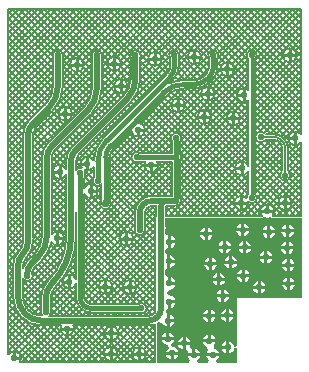
<source format=gbl>
G04 Layer_Physical_Order=2*
G04 Layer_Color=16711680*
%FSLAX24Y24*%
%MOIN*%
G70*
G01*
G75*
%ADD10C,0.0050*%
%ADD12C,0.0100*%
%ADD13C,0.0200*%
%ADD14C,0.0150*%
%ADD38C,0.0220*%
%ADD39C,0.0200*%
G36*
X3440Y5522D02*
X3440Y5455D01*
X3287Y5462D01*
X3287Y5463D01*
X3288Y5466D01*
X3288Y5469D01*
X3289Y5481D01*
X3290Y5531D01*
X3440Y5522D01*
D02*
G37*
G36*
X3180Y6312D02*
X3180Y6245D01*
X3027Y6252D01*
X3027Y6253D01*
X3028Y6256D01*
X3028Y6259D01*
X3029Y6271D01*
X3030Y6321D01*
X3180Y6312D01*
D02*
G37*
G36*
X8668Y4952D02*
X8750Y4936D01*
X8832Y4952D01*
X8884Y4953D01*
X8906Y4939D01*
X8931Y4934D01*
X9885D01*
X9908Y4915D01*
Y2250D01*
X7750D01*
Y651D01*
X7650Y641D01*
X7638Y702D01*
X7591Y771D01*
X7522Y818D01*
X7490Y824D01*
Y620D01*
Y416D01*
X7522Y422D01*
X7591Y469D01*
X7638Y538D01*
X7650Y599D01*
X7750Y589D01*
Y92D01*
X7072D01*
X7041Y192D01*
X7081Y219D01*
X7128Y288D01*
X7134Y320D01*
X6726D01*
X6732Y288D01*
X6779Y219D01*
X6819Y192D01*
X6788Y92D01*
X6442D01*
X6411Y192D01*
X6451Y219D01*
X6498Y288D01*
X6504Y320D01*
X6096D01*
X6102Y288D01*
X6149Y219D01*
X6189Y192D01*
X6158Y92D01*
X5085D01*
X5066Y115D01*
Y1378D01*
X5061Y1403D01*
X5067Y1423D01*
X5159Y1475D01*
X5250Y1441D01*
X5252Y1428D01*
X5299Y1359D01*
X5368Y1312D01*
X5400Y1306D01*
Y1510D01*
Y1757D01*
X5364Y1790D01*
X5376Y1872D01*
X5430Y1908D01*
Y2140D01*
X5480D01*
Y2190D01*
X5684D01*
X5678Y2222D01*
X5631Y2291D01*
X5562Y2338D01*
X5480Y2354D01*
X5398Y2423D01*
Y2467D01*
X5480Y2536D01*
X5562Y2552D01*
X5631Y2599D01*
X5678Y2668D01*
X5684Y2700D01*
X5480D01*
Y2750D01*
X5430D01*
Y2975D01*
X5353Y3029D01*
Y3195D01*
X5420Y3245D01*
Y3480D01*
Y3715D01*
X5354Y3764D01*
X5356Y3860D01*
X5440Y3915D01*
Y4130D01*
Y4345D01*
X5353Y4402D01*
Y4559D01*
X5363Y4610D01*
X5353Y4661D01*
Y4915D01*
X5375Y4934D01*
X8569D01*
X8594Y4939D01*
X8616Y4953D01*
X8668Y4952D01*
D02*
G37*
G36*
X4481Y1836D02*
X4480Y1837D01*
X4478Y1837D01*
X4475Y1837D01*
X4447Y1838D01*
X4414Y1838D01*
Y1988D01*
X4481Y1990D01*
Y1836D01*
D02*
G37*
G36*
X2597Y6350D02*
X2596Y6348D01*
X2596Y6345D01*
X2595Y6317D01*
X2595Y6284D01*
X2445D01*
X2443Y6351D01*
X2597D01*
X2597Y6350D01*
D02*
G37*
G36*
X5735Y10214D02*
X5585Y10195D01*
X5585Y10208D01*
X5581Y10263D01*
X5580Y10265D01*
X5734Y10279D01*
X5735Y10214D01*
D02*
G37*
G36*
X7027Y10270D02*
X7026Y10268D01*
X7026Y10265D01*
X7025Y10237D01*
X7025Y10204D01*
X6875D01*
X6873Y10271D01*
X7027D01*
X7027Y10270D01*
D02*
G37*
G36*
X9375Y6510D02*
X9375Y6502D01*
X9377Y6493D01*
X9379Y6484D01*
X9383Y6474D01*
X9387Y6465D01*
X9393Y6455D01*
X9399Y6444D01*
X9415Y6423D01*
X9424Y6411D01*
X9270Y6425D01*
X9281Y6434D01*
X9290Y6443D01*
X9298Y6452D01*
X9305Y6461D01*
X9311Y6470D01*
X9316Y6479D01*
X9320Y6488D01*
X9323Y6497D01*
X9324Y6506D01*
X9325Y6515D01*
X9375Y6510D01*
D02*
G37*
G36*
X8619Y7697D02*
X8638Y7680D01*
X8648Y7674D01*
X8658Y7668D01*
X8667Y7663D01*
X8676Y7660D01*
X8685Y7657D01*
X8694Y7656D01*
X8703Y7655D01*
Y7605D01*
X8694Y7604D01*
X8685Y7603D01*
X8676Y7600D01*
X8667Y7597D01*
X8658Y7592D01*
X8648Y7586D01*
X8638Y7580D01*
X8629Y7572D01*
X8619Y7563D01*
X8609Y7553D01*
Y7707D01*
X8619Y7697D01*
D02*
G37*
%LPC*%
G36*
X8440Y2570D02*
X8286D01*
X8292Y2538D01*
X8339Y2469D01*
X8408Y2422D01*
X8440Y2416D01*
Y2570D01*
D02*
G37*
G36*
X8694D02*
X8540D01*
Y2416D01*
X8572Y2422D01*
X8641Y2469D01*
X8688Y2538D01*
X8694Y2570D01*
D02*
G37*
G36*
X9664Y2680D02*
X9510D01*
Y2526D01*
X9542Y2532D01*
X9611Y2579D01*
X9658Y2648D01*
X9664Y2680D01*
D02*
G37*
G36*
X9410D02*
X9256D01*
X9262Y2648D01*
X9309Y2579D01*
X9378Y2532D01*
X9410Y2526D01*
Y2680D01*
D02*
G37*
G36*
X7320Y2544D02*
Y2390D01*
X7474D01*
X7468Y2422D01*
X7421Y2491D01*
X7352Y2538D01*
X7320Y2544D01*
D02*
G37*
G36*
X5684Y2090D02*
X5530D01*
Y1936D01*
X5562Y1942D01*
X5631Y1989D01*
X5678Y2058D01*
X5684Y2090D01*
D02*
G37*
G36*
X7470Y1884D02*
Y1730D01*
X7624D01*
X7618Y1762D01*
X7571Y1831D01*
X7502Y1878D01*
X7470Y1884D01*
D02*
G37*
G36*
X7220Y2290D02*
X7066D01*
X7072Y2258D01*
X7119Y2189D01*
X7188Y2142D01*
X7220Y2136D01*
Y2290D01*
D02*
G37*
G36*
Y2544D02*
X7188Y2538D01*
X7119Y2491D01*
X7072Y2422D01*
X7066Y2390D01*
X7220D01*
Y2544D01*
D02*
G37*
G36*
X7474Y2290D02*
X7320D01*
Y2136D01*
X7352Y2142D01*
X7421Y2189D01*
X7468Y2258D01*
X7474Y2290D01*
D02*
G37*
G36*
X5530Y2954D02*
Y2800D01*
X5684D01*
X5678Y2832D01*
X5631Y2901D01*
X5562Y2948D01*
X5530Y2954D01*
D02*
G37*
G36*
X8154Y2950D02*
X8000D01*
Y2796D01*
X8032Y2802D01*
X8101Y2849D01*
X8148Y2918D01*
X8154Y2950D01*
D02*
G37*
G36*
X7900D02*
X7746D01*
X7752Y2918D01*
X7799Y2849D01*
X7868Y2802D01*
X7900Y2796D01*
Y2950D01*
D02*
G37*
G36*
Y3204D02*
X7868Y3198D01*
X7799Y3151D01*
X7752Y3082D01*
X7746Y3050D01*
X7900D01*
Y3204D01*
D02*
G37*
G36*
X7190Y3094D02*
Y2940D01*
X7344D01*
X7338Y2972D01*
X7291Y3041D01*
X7222Y3088D01*
X7190Y3094D01*
D02*
G37*
G36*
X7090D02*
X7058Y3088D01*
X6989Y3041D01*
X6942Y2972D01*
X6936Y2940D01*
X7090D01*
Y3094D01*
D02*
G37*
G36*
Y2840D02*
X6936D01*
X6942Y2808D01*
X6989Y2739D01*
X7058Y2692D01*
X7090Y2686D01*
Y2840D01*
D02*
G37*
G36*
X8540Y2824D02*
Y2670D01*
X8694D01*
X8688Y2702D01*
X8641Y2771D01*
X8572Y2818D01*
X8540Y2824D01*
D02*
G37*
G36*
X8440D02*
X8408Y2818D01*
X8339Y2771D01*
X8292Y2702D01*
X8286Y2670D01*
X8440D01*
Y2824D01*
D02*
G37*
G36*
X9510Y2934D02*
Y2780D01*
X9664D01*
X9658Y2812D01*
X9611Y2881D01*
X9542Y2928D01*
X9510Y2934D01*
D02*
G37*
G36*
X9410D02*
X9378Y2928D01*
X9309Y2881D01*
X9262Y2812D01*
X9256Y2780D01*
X9410D01*
Y2934D01*
D02*
G37*
G36*
X7344Y2840D02*
X7190D01*
Y2686D01*
X7222Y2692D01*
X7291Y2739D01*
X7338Y2808D01*
X7344Y2840D01*
D02*
G37*
G36*
X7370Y1884D02*
X7338Y1878D01*
X7269Y1831D01*
X7222Y1762D01*
X7216Y1730D01*
X7370D01*
Y1884D01*
D02*
G37*
G36*
X5938Y704D02*
X5784D01*
X5790Y672D01*
X5837Y603D01*
X5906Y556D01*
X5938Y550D01*
Y704D01*
D02*
G37*
G36*
X5644Y860D02*
X5236D01*
X5242Y828D01*
X5289Y759D01*
X5358Y712D01*
X5429Y698D01*
X5440Y696D01*
X5447Y694D01*
X5475Y593D01*
X5437Y567D01*
X5391Y498D01*
X5384Y466D01*
X5793D01*
X5786Y498D01*
X5740Y567D01*
X5670Y614D01*
X5599Y628D01*
X5588Y630D01*
X5581Y632D01*
X5554Y733D01*
X5591Y759D01*
X5638Y828D01*
X5644Y860D01*
D02*
G37*
G36*
X7390Y824D02*
X7358Y818D01*
X7289Y771D01*
X7242Y702D01*
X7236Y670D01*
X7390D01*
Y824D01*
D02*
G37*
G36*
X6038Y958D02*
Y804D01*
X6192D01*
X6186Y836D01*
X6140Y906D01*
X6070Y952D01*
X6038Y958D01*
D02*
G37*
G36*
X5938D02*
X5906Y952D01*
X5837Y906D01*
X5790Y836D01*
X5784Y804D01*
X5938D01*
Y958D01*
D02*
G37*
G36*
X7024Y780D02*
X6616D01*
X6622Y748D01*
X6669Y679D01*
X6738Y632D01*
X6758Y628D01*
X6779Y522D01*
X6779Y521D01*
X6732Y452D01*
X6726Y420D01*
X7134D01*
X7128Y452D01*
X7081Y521D01*
X7012Y568D01*
X6992Y572D01*
X6971Y678D01*
X6971Y679D01*
X7018Y748D01*
X7024Y780D01*
D02*
G37*
G36*
X5793Y366D02*
X5638D01*
Y212D01*
X5670Y218D01*
X5740Y264D01*
X5786Y334D01*
X5793Y366D01*
D02*
G37*
G36*
X5538D02*
X5384D01*
X5391Y334D01*
X5437Y264D01*
X5507Y218D01*
X5538Y212D01*
Y366D01*
D02*
G37*
G36*
X7390Y570D02*
X7236D01*
X7242Y538D01*
X7289Y469D01*
X7358Y422D01*
X7390Y416D01*
Y570D01*
D02*
G37*
G36*
X6350Y574D02*
Y420D01*
X6504D01*
X6498Y452D01*
X6451Y521D01*
X6382Y568D01*
X6350Y574D01*
D02*
G37*
G36*
X6192Y704D02*
X6038D01*
Y550D01*
X6049Y552D01*
X6100Y499D01*
X6115Y471D01*
X6102Y452D01*
X6096Y420D01*
X6250D01*
Y574D01*
X6239Y572D01*
X6188Y625D01*
X6173Y653D01*
X6186Y672D01*
X6192Y704D01*
D02*
G37*
G36*
X6770Y1034D02*
X6738Y1028D01*
X6669Y981D01*
X6622Y912D01*
X6616Y880D01*
X6770D01*
Y1034D01*
D02*
G37*
G36*
X7624Y1630D02*
X7470D01*
Y1476D01*
X7502Y1482D01*
X7571Y1529D01*
X7618Y1598D01*
X7624Y1630D01*
D02*
G37*
G36*
X7370D02*
X7216D01*
X7222Y1598D01*
X7269Y1529D01*
X7338Y1482D01*
X7370Y1476D01*
Y1630D01*
D02*
G37*
G36*
X5500Y1714D02*
Y1560D01*
X5654D01*
X5648Y1592D01*
X5601Y1661D01*
X5532Y1708D01*
X5500Y1714D01*
D02*
G37*
G36*
X6870Y1874D02*
Y1720D01*
X7024D01*
X7018Y1752D01*
X6971Y1821D01*
X6902Y1868D01*
X6870Y1874D01*
D02*
G37*
G36*
X6770D02*
X6738Y1868D01*
X6669Y1821D01*
X6622Y1752D01*
X6616Y1720D01*
X6770D01*
Y1874D01*
D02*
G37*
G36*
X7024Y1620D02*
X6870D01*
Y1466D01*
X6902Y1472D01*
X6971Y1519D01*
X7018Y1588D01*
X7024Y1620D01*
D02*
G37*
G36*
X5390Y1114D02*
X5358Y1108D01*
X5289Y1061D01*
X5242Y992D01*
X5236Y960D01*
X5390D01*
Y1114D01*
D02*
G37*
G36*
X6870Y1034D02*
Y880D01*
X7024D01*
X7018Y912D01*
X6971Y981D01*
X6902Y1028D01*
X6870Y1034D01*
D02*
G37*
G36*
X5490Y1114D02*
Y960D01*
X5644D01*
X5638Y992D01*
X5591Y1061D01*
X5522Y1108D01*
X5490Y1114D01*
D02*
G37*
G36*
X6770Y1620D02*
X6616D01*
X6622Y1588D01*
X6669Y1519D01*
X6738Y1472D01*
X6770Y1466D01*
Y1620D01*
D02*
G37*
G36*
X5654Y1460D02*
X5500D01*
Y1306D01*
X5532Y1312D01*
X5601Y1359D01*
X5648Y1428D01*
X5654Y1460D01*
D02*
G37*
G36*
X8000Y3204D02*
Y3050D01*
X8154D01*
X8148Y3082D01*
X8101Y3151D01*
X8032Y3198D01*
X8000Y3204D01*
D02*
G37*
G36*
X6670Y4350D02*
X6516D01*
X6522Y4318D01*
X6569Y4249D01*
X6638Y4202D01*
X6670Y4196D01*
Y4350D01*
D02*
G37*
G36*
X5540Y4334D02*
Y4180D01*
X5694D01*
X5688Y4212D01*
X5641Y4281D01*
X5572Y4328D01*
X5540Y4334D01*
D02*
G37*
G36*
X7380Y4164D02*
Y4010D01*
X7534D01*
X7528Y4042D01*
X7481Y4111D01*
X7412Y4158D01*
X7380Y4164D01*
D02*
G37*
G36*
X9004Y4420D02*
X8850D01*
Y4266D01*
X8882Y4272D01*
X8951Y4319D01*
X8998Y4388D01*
X9004Y4420D01*
D02*
G37*
G36*
X8750D02*
X8596D01*
X8602Y4388D01*
X8649Y4319D01*
X8718Y4272D01*
X8750Y4266D01*
Y4420D01*
D02*
G37*
G36*
X6924Y4350D02*
X6770D01*
Y4196D01*
X6802Y4202D01*
X6871Y4249D01*
X6918Y4318D01*
X6924Y4350D01*
D02*
G37*
G36*
X9470Y4144D02*
Y3990D01*
X9624D01*
X9618Y4022D01*
X9571Y4091D01*
X9502Y4138D01*
X9470Y4144D01*
D02*
G37*
G36*
X9370D02*
X9338Y4138D01*
X9269Y4091D01*
X9222Y4022D01*
X9216Y3990D01*
X9370D01*
Y4144D01*
D02*
G37*
G36*
X5694Y4080D02*
X5540D01*
Y3926D01*
X5572Y3932D01*
X5641Y3979D01*
X5688Y4048D01*
X5694Y4080D01*
D02*
G37*
G36*
X7280Y4164D02*
X7248Y4158D01*
X7179Y4111D01*
X7132Y4042D01*
X7126Y4010D01*
X7280D01*
Y4164D01*
D02*
G37*
G36*
X8050Y4154D02*
Y4000D01*
X8204D01*
X8198Y4032D01*
X8151Y4101D01*
X8082Y4148D01*
X8050Y4154D01*
D02*
G37*
G36*
X7950D02*
X7918Y4148D01*
X7849Y4101D01*
X7802Y4032D01*
X7796Y4000D01*
X7950D01*
Y4154D01*
D02*
G37*
G36*
X9380Y4704D02*
X9348Y4698D01*
X9279Y4651D01*
X9232Y4582D01*
X9226Y4550D01*
X9380D01*
Y4704D01*
D02*
G37*
G36*
X8850Y4674D02*
Y4520D01*
X9004D01*
X8998Y4552D01*
X8951Y4621D01*
X8882Y4668D01*
X8850Y4674D01*
D02*
G37*
G36*
X8750D02*
X8718Y4668D01*
X8649Y4621D01*
X8602Y4552D01*
X8596Y4520D01*
X8750D01*
Y4674D01*
D02*
G37*
G36*
X7980Y4744D02*
Y4590D01*
X8134D01*
X8128Y4622D01*
X8081Y4691D01*
X8012Y4738D01*
X7980Y4744D01*
D02*
G37*
G36*
X7880D02*
X7848Y4738D01*
X7779Y4691D01*
X7732Y4622D01*
X7726Y4590D01*
X7880D01*
Y4744D01*
D02*
G37*
G36*
X9480Y4704D02*
Y4550D01*
X9634D01*
X9628Y4582D01*
X9581Y4651D01*
X9512Y4698D01*
X9480Y4704D01*
D02*
G37*
G36*
X7880Y4490D02*
X7726D01*
X7732Y4458D01*
X7779Y4389D01*
X7848Y4342D01*
X7880Y4336D01*
Y4490D01*
D02*
G37*
G36*
X9634Y4450D02*
X9480D01*
Y4296D01*
X9512Y4302D01*
X9581Y4349D01*
X9628Y4418D01*
X9634Y4450D01*
D02*
G37*
G36*
X9380D02*
X9226D01*
X9232Y4418D01*
X9279Y4349D01*
X9348Y4302D01*
X9380Y4296D01*
Y4450D01*
D02*
G37*
G36*
X6770Y4604D02*
Y4450D01*
X6924D01*
X6918Y4482D01*
X6871Y4551D01*
X6802Y4598D01*
X6770Y4604D01*
D02*
G37*
G36*
X6670D02*
X6638Y4598D01*
X6569Y4551D01*
X6522Y4482D01*
X6516Y4450D01*
X6670D01*
Y4604D01*
D02*
G37*
G36*
X8134Y4490D02*
X7980D01*
Y4336D01*
X8012Y4342D01*
X8081Y4389D01*
X8128Y4458D01*
X8134Y4490D01*
D02*
G37*
G36*
X9500Y3564D02*
Y3410D01*
X9654D01*
X9648Y3442D01*
X9601Y3511D01*
X9532Y3558D01*
X9500Y3564D01*
D02*
G37*
G36*
X9400D02*
X9368Y3558D01*
X9299Y3511D01*
X9252Y3442D01*
X9246Y3410D01*
X9400D01*
Y3564D01*
D02*
G37*
G36*
X5674Y3430D02*
X5520D01*
Y3276D01*
X5552Y3282D01*
X5621Y3329D01*
X5668Y3398D01*
X5674Y3430D01*
D02*
G37*
G36*
X6810Y3604D02*
X6778Y3598D01*
X6709Y3551D01*
X6662Y3482D01*
X6656Y3450D01*
X6810D01*
Y3604D01*
D02*
G37*
G36*
X8914Y3570D02*
X8760D01*
Y3416D01*
X8792Y3422D01*
X8861Y3469D01*
X8908Y3538D01*
X8914Y3570D01*
D02*
G37*
G36*
X8660D02*
X8506D01*
X8512Y3538D01*
X8559Y3469D01*
X8628Y3422D01*
X8660Y3416D01*
Y3570D01*
D02*
G37*
G36*
X6810Y3350D02*
X6656D01*
X6662Y3318D01*
X6709Y3249D01*
X6778Y3202D01*
X6810Y3196D01*
Y3350D01*
D02*
G37*
G36*
X9654Y3310D02*
X9500D01*
Y3156D01*
X9532Y3162D01*
X9601Y3209D01*
X9648Y3278D01*
X9654Y3310D01*
D02*
G37*
G36*
X9400D02*
X9246D01*
X9252Y3278D01*
X9299Y3209D01*
X9368Y3162D01*
X9400Y3156D01*
Y3310D01*
D02*
G37*
G36*
X7734Y3400D02*
X7580D01*
Y3246D01*
X7612Y3252D01*
X7681Y3299D01*
X7728Y3368D01*
X7734Y3400D01*
D02*
G37*
G36*
X7480D02*
X7326D01*
X7332Y3368D01*
X7379Y3299D01*
X7448Y3252D01*
X7480Y3246D01*
Y3400D01*
D02*
G37*
G36*
X7064Y3350D02*
X6910D01*
Y3196D01*
X6942Y3202D01*
X7011Y3249D01*
X7058Y3318D01*
X7064Y3350D01*
D02*
G37*
G36*
X7950Y3900D02*
X7796D01*
X7802Y3868D01*
X7849Y3799D01*
X7918Y3752D01*
X7950Y3746D01*
Y3900D01*
D02*
G37*
G36*
X9624Y3890D02*
X9470D01*
Y3736D01*
X9502Y3742D01*
X9571Y3789D01*
X9618Y3858D01*
X9624Y3890D01*
D02*
G37*
G36*
X9370D02*
X9216D01*
X9222Y3858D01*
X9269Y3789D01*
X9338Y3742D01*
X9370Y3736D01*
Y3890D01*
D02*
G37*
G36*
X7534Y3910D02*
X7380D01*
Y3756D01*
X7412Y3762D01*
X7481Y3809D01*
X7528Y3878D01*
X7534Y3910D01*
D02*
G37*
G36*
X7280D02*
X7126D01*
X7132Y3878D01*
X7179Y3809D01*
X7248Y3762D01*
X7280Y3756D01*
Y3910D01*
D02*
G37*
G36*
X8204Y3900D02*
X8050D01*
Y3746D01*
X8082Y3752D01*
X8151Y3799D01*
X8198Y3868D01*
X8204Y3900D01*
D02*
G37*
G36*
X7580Y3654D02*
Y3500D01*
X7734D01*
X7728Y3532D01*
X7681Y3601D01*
X7612Y3648D01*
X7580Y3654D01*
D02*
G37*
G36*
X7480D02*
X7448Y3648D01*
X7379Y3601D01*
X7332Y3532D01*
X7326Y3500D01*
X7480D01*
Y3654D01*
D02*
G37*
G36*
X6910Y3604D02*
Y3450D01*
X7064D01*
X7058Y3482D01*
X7011Y3551D01*
X6942Y3598D01*
X6910Y3604D01*
D02*
G37*
G36*
X8760Y3824D02*
Y3670D01*
X8914D01*
X8908Y3702D01*
X8861Y3771D01*
X8792Y3818D01*
X8760Y3824D01*
D02*
G37*
G36*
X8660D02*
X8628Y3818D01*
X8559Y3771D01*
X8512Y3702D01*
X8506Y3670D01*
X8660D01*
Y3824D01*
D02*
G37*
G36*
X5520Y3684D02*
Y3530D01*
X5674D01*
X5668Y3562D01*
X5621Y3631D01*
X5552Y3678D01*
X5520Y3684D01*
D02*
G37*
%LPD*%
D10*
X8405Y10350D02*
G03*
X8115Y10218I-175J0D01*
G01*
X8345D02*
G03*
X8405Y10350I-115J132D01*
G01*
X9735D02*
G03*
X9735Y10350I-235J0D01*
G01*
X7092Y10247D02*
G03*
X7125Y10350I-142J103D01*
G01*
D02*
G03*
X6807Y10249I-175J0D01*
G01*
X7655Y9880D02*
G03*
X7655Y9880I-235J0D01*
G01*
X6929Y9551D02*
G03*
X7090Y9940I-389J389D01*
G01*
X9885Y7711D02*
G03*
X9885Y7449I-195J-131D01*
G01*
X9440Y7250D02*
G03*
X8970Y7720I-470J0D01*
G01*
X9260Y7250D02*
G03*
X8970Y7540I-290J0D01*
G01*
X8649Y7758D02*
G03*
X8649Y7502I-119J-128D01*
G01*
X8115Y9205D02*
G03*
X8115Y8835I-145J-185D01*
G01*
X6344Y9250D02*
G03*
X6829Y9451I0J686D01*
G01*
X7005Y9070D02*
G03*
X7005Y9070I-235J0D01*
G01*
X7855Y8250D02*
G03*
X7855Y8250I-235J0D01*
G01*
X6885Y8290D02*
G03*
X6885Y8290I-235J0D01*
G01*
X6555Y10290D02*
G03*
X6555Y10290I-235J0D01*
G01*
X5800Y10261D02*
G03*
X5825Y10350I-150J89D01*
G01*
D02*
G03*
X5517Y10237I-175J0D01*
G01*
X6731Y9749D02*
G03*
X6810Y9940I-191J191D01*
G01*
X5420Y9738D02*
G03*
X5520Y9980I-243J242D01*
G01*
X5618Y9540D02*
G03*
X5800Y9980I-441J440D01*
G01*
X4535Y10350D02*
G03*
X4195Y10292I-175J0D01*
G01*
X4525D02*
G03*
X4535Y10350I-165J58D01*
G01*
X5245Y10230D02*
G03*
X5245Y10230I-235J0D01*
G01*
X6344Y9530D02*
G03*
X6631Y9649I0J406D01*
G01*
X5994Y9530D02*
G03*
X5491Y9413I0J-1140D01*
G01*
X5994Y9250D02*
G03*
X5386Y8998I0J-860D01*
G01*
X6015Y8690D02*
G03*
X6015Y8690I-235J0D01*
G01*
X5895Y7590D02*
G03*
X5572Y7683I-175J0D01*
G01*
X5848Y7471D02*
G03*
X5895Y7590I-128J119D01*
G01*
X5572Y7683D02*
G03*
X5568Y7503I136J-93D01*
G01*
X4201Y8788D02*
G03*
X4525Y9570I-782J782D01*
G01*
X3968Y9021D02*
G03*
X4195Y9570I-549J549D01*
G01*
X4105Y9330D02*
G03*
X4105Y9330I-235J0D01*
G01*
X4685Y7870D02*
G03*
X4490Y8102I-235J0D01*
G01*
X4218Y7830D02*
G03*
X4685Y7870I232J40D01*
G01*
X8115Y6674D02*
G03*
X8115Y6484I-215J-95D01*
G01*
X5848Y6845D02*
G03*
X5883Y6950I-140J105D01*
G01*
D02*
G03*
X5848Y7055I-175J0D01*
G01*
X9515Y6340D02*
G03*
X9478Y6447I-175J0D01*
G01*
X9223Y6470D02*
G03*
X9515Y6340I117J-130D01*
G01*
X9575Y5420D02*
G03*
X9575Y5420I-235J0D01*
G01*
X8405Y5600D02*
G03*
X8345Y5732I-175J0D01*
G01*
X8985Y5150D02*
G03*
X8569Y5000I-235J0D01*
G01*
X8931D02*
G03*
X8985Y5150I-181J150D01*
G01*
X8115Y5732D02*
G03*
X8056Y5586I115J-132D01*
G01*
X8111Y5471D02*
G03*
X8405Y5600I119J129D01*
G01*
X8115Y5430D02*
G03*
X8111Y5471I-235J0D01*
G01*
X8056Y5586D02*
G03*
X8115Y5430I-176J-156D01*
G01*
X5883Y5505D02*
G03*
X5848Y5610I-175J0D01*
G01*
X5650Y5340D02*
G03*
X5883Y5505I58J165D01*
G01*
X5399Y5340D02*
G03*
X5375Y5300I21J-40D01*
G01*
X5125Y6690D02*
G03*
X5092Y6810I-235J0D01*
G01*
X4688D02*
G03*
X5125Y6690I202J-120D01*
G01*
X5047Y5340D02*
G03*
X5045Y5300I373J-40D01*
G01*
X4918Y5340D02*
G03*
X4668Y5090I0J-250D01*
G01*
X4678Y4523D02*
G03*
X4668Y4581I-175J0D01*
G01*
X4918Y5670D02*
G03*
X4338Y5090I0J-580D01*
G01*
X4505Y7090D02*
G03*
X4505Y6810I-105J-140D01*
G01*
X3535Y5380D02*
G03*
X3507Y5476I-175J0D01*
G01*
X4338Y4581D02*
G03*
X4678Y4523I165J-58D01*
G01*
X4295Y4240D02*
G03*
X4295Y4240I-235J0D01*
G01*
X4810Y1675D02*
G03*
X5000Y1772I0J235D01*
G01*
X4810Y1345D02*
G03*
X5000Y1378I0J565D01*
G01*
X4457Y1772D02*
G03*
X4735Y1913I103J142D01*
G01*
D02*
G03*
X4459Y2056I-175J0D01*
G01*
X4715Y390D02*
G03*
X4715Y390I-235J0D01*
G01*
X4405Y2630D02*
G03*
X4405Y2630I-235J0D01*
G01*
X3235Y10292D02*
G03*
X3245Y10350I-165J58D01*
G01*
X3885Y10070D02*
G03*
X3885Y10070I-235J0D01*
G01*
X3245Y10350D02*
G03*
X2905Y10292I-175J0D01*
G01*
X2660Y8644D02*
G03*
X2905Y9234I-590J590D01*
G01*
X2894Y8410D02*
G03*
X3235Y9234I-824J824D01*
G01*
X2635Y10030D02*
G03*
X2635Y10030I-235J0D01*
G01*
X3629Y7241D02*
G03*
X3505Y6942I300J-299D01*
G01*
X3299Y7617D02*
G03*
X2966Y6853I806J-806D01*
G01*
X2963Y6279D02*
G03*
X3225Y6048I137J-109D01*
G01*
X2966Y6853D02*
G03*
X2574Y6596I-206J-113D01*
G01*
X2468Y7055D02*
G03*
X2375Y6830I225J-225D01*
G01*
X2668Y6524D02*
G03*
X2965Y6625I92J216D01*
G01*
X3105Y5830D02*
G03*
X2660Y5935I-235J0D01*
G01*
Y5725D02*
G03*
X3105Y5830I210J105D01*
G01*
X2695Y6430D02*
G03*
X2668Y6524I-175J0D01*
G01*
X2662Y6327D02*
G03*
X2695Y6430I-142J103D01*
G01*
X2574Y6596D02*
G03*
X2375Y6528I-54J-166D01*
G01*
X1935Y10292D02*
G03*
X1945Y10350I-165J58D01*
G01*
D02*
G03*
X1605Y10292I-175J0D01*
G01*
X1360Y8721D02*
G03*
X1605Y9312I-590J590D01*
G01*
X1594Y8488D02*
G03*
X1935Y9312I-824J824D01*
G01*
X2255Y8400D02*
G03*
X2255Y8400I-235J0D01*
G01*
X793Y8154D02*
G03*
X625Y7748I406J-406D01*
G01*
X1027Y7921D02*
G03*
X955Y7748I173J-173D01*
G01*
X2235Y7288D02*
G03*
X2045Y6830I458J-458D01*
G01*
X1676Y7193D02*
G03*
X1575Y6948I246J-245D01*
G01*
X1443Y7427D02*
G03*
X1245Y6948I479J-479D01*
G01*
X1585Y6580D02*
G03*
X1575Y6638I-175J0D01*
G01*
X2045Y6565D02*
G03*
X2045Y6375I-215J-95D01*
G01*
X1575Y6522D02*
G03*
X1585Y6580I-165J58D01*
G01*
X1245Y6638D02*
G03*
X1245Y6522I165J-58D01*
G01*
X965Y6480D02*
G03*
X955Y6538I-175J0D01*
G01*
Y6422D02*
G03*
X965Y6480I-165J58D01*
G01*
X625Y6538D02*
G03*
X625Y6422I165J-58D01*
G01*
X3223Y5489D02*
G03*
X3535Y5380I137J-109D01*
G01*
X3595Y2640D02*
G03*
X3595Y2640I-235J0D01*
G01*
X2045Y5238D02*
G03*
X2045Y5122I165J-58D01*
G01*
X1687Y2623D02*
G03*
X2375Y4285I-1662J1662D01*
G01*
X1454Y2857D02*
G03*
X2045Y4284I-1429J1428D01*
G01*
X2380Y2893D02*
G03*
X2380Y2727I-220J-83D01*
G01*
X2660Y2280D02*
G03*
X2887Y2053I227J0D01*
G01*
X3795Y1080D02*
G03*
X3795Y1080I-235J0D01*
G01*
X3765Y400D02*
G03*
X3765Y400I-235J0D01*
G01*
X2380Y2280D02*
G03*
X2887Y1773I507J0D01*
G01*
X2315Y1240D02*
G03*
X2290Y1345I-235J0D01*
G01*
X1870D02*
G03*
X2315Y1240I210J-105D01*
G01*
X1985Y4250D02*
G03*
X1575Y4407I-235J0D01*
G01*
X965Y4260D02*
G03*
X955Y4318I-175J0D01*
G01*
Y4202D02*
G03*
X965Y4260I-165J58D01*
G01*
X1555Y4119D02*
G03*
X1985Y4250I195J131D01*
G01*
X1000Y3744D02*
G03*
X1245Y4334I-590J590D01*
G01*
X1234Y3510D02*
G03*
X1555Y4119I-824J824D01*
G01*
X625Y4318D02*
G03*
X625Y4202I165J-58D01*
G01*
X453Y3787D02*
G03*
X625Y4201I-414J414D01*
G01*
X687Y3553D02*
G03*
X955Y4201I-648J648D01*
G01*
X687Y3553D02*
G03*
X615Y3380I173J-173D01*
G01*
X753Y3497D02*
G03*
X615Y3267I394J-394D01*
G01*
X453Y3787D02*
G03*
X285Y3380I406J-406D01*
G01*
X1453Y2857D02*
G03*
X1205Y2257I600J-600D01*
G01*
X1687Y2623D02*
G03*
X1535Y2257I366J-366D01*
G01*
X925Y3097D02*
G03*
X922Y3130I-165J0D01*
G01*
X925Y3097D02*
G03*
X922Y3130I-165J0D01*
G01*
X987Y3263D02*
G03*
X922Y3130I161J-161D01*
G01*
X615Y2902D02*
G03*
X935Y3000I145J98D01*
G01*
D02*
G03*
X925Y3058I-175J0D01*
G01*
X1545Y1800D02*
G03*
X1535Y1858I-175J0D01*
G01*
X1492Y1675D02*
G03*
X1545Y1800I-122J125D01*
G01*
X615Y2280D02*
G03*
X1220Y1675I605J0D01*
G01*
X1205Y1858D02*
G03*
X1248Y1675I165J-58D01*
G01*
X285Y2280D02*
G03*
X1220Y1345I935J0D01*
G01*
X502Y115D02*
G03*
X545Y250I-192J135D01*
G01*
D02*
G03*
X115Y381I-235J0D01*
G01*
X9340Y6340D02*
G03*
X9350Y6350I0J10D01*
G01*
Y7250D02*
G03*
X8970Y7630I-380J0D01*
G01*
X9167Y11885D02*
X9885Y11167D01*
X9803Y11885D02*
X9885Y11803D01*
X8955Y11885D02*
X9885Y10955D01*
X8743Y11885D02*
X9885Y10743D01*
X8531Y11885D02*
X9885Y10531D01*
X9689Y10489D02*
X9885Y10685D01*
X9591Y11885D02*
X9885Y11591D01*
X9733Y10322D02*
X9885Y10473D01*
X9564Y10576D02*
X9885Y10898D01*
X8318Y11885D02*
X9885Y10318D01*
X9379Y11885D02*
X9885Y11379D01*
X8239Y10525D02*
X9600Y11885D01*
X8375Y10448D02*
X9812Y11885D01*
X8106D02*
X9420Y10571D01*
X7894Y11885D02*
X9302Y10477D01*
X8345Y9994D02*
X9885Y11534D01*
X8345Y10206D02*
X9885Y11746D01*
Y7711D02*
Y11885D01*
X8345Y9782D02*
X9885Y11322D01*
X8345Y9570D02*
X9885Y11110D01*
X9627Y10152D02*
X9885Y9894D01*
X9721Y10270D02*
X9885Y10106D01*
X9446Y10121D02*
X9885Y9682D01*
X8345Y10161D02*
X9885Y8621D01*
X8345Y8509D02*
X9885Y10049D01*
X8402Y10317D02*
X9885Y8834D01*
X8345Y9358D02*
X9274Y10286D01*
X8345Y8721D02*
X9885Y10261D01*
X8345Y8933D02*
X9528Y10117D01*
X8345Y9949D02*
X9885Y8409D01*
X8115Y9205D02*
Y10218D01*
X8345Y9145D02*
X9361Y10161D01*
X6834Y11885D02*
X8197Y10522D01*
X6621Y11885D02*
X8075Y10431D01*
X6553Y10323D02*
X8115Y11885D01*
X6480Y10462D02*
X7903Y11885D01*
X6409D02*
X8115Y10179D01*
X7682Y11885D02*
X9271Y10296D01*
X7098Y10444D02*
X8539Y11885D01*
X7405Y10115D02*
X9175Y11885D01*
X6966Y10524D02*
X8327Y11885D01*
X7091Y10225D02*
X8751Y11885D01*
X6330Y10525D02*
X7691Y11885D01*
X5808Y10426D02*
X7266Y11885D01*
X5800Y10207D02*
X7478Y11885D01*
X5561D02*
X6923Y10523D01*
X5239Y10282D02*
X6842Y11885D01*
X7091Y10203D02*
X7091Y10236D01*
X7123Y10323D02*
X7344Y10102D01*
X5690Y10520D02*
X7054Y11885D01*
X7470D02*
X9885Y9470D01*
X7566Y10064D02*
X9388Y11885D01*
X7258D02*
X9885Y9258D01*
X7090Y10012D02*
X8963Y11885D01*
X7046D02*
X9885Y9046D01*
X7005Y9078D02*
X8115Y10188D01*
X6197Y11885D02*
X8115Y9967D01*
X6664Y8525D02*
X8115Y9976D01*
X5985Y11885D02*
X8115Y9755D01*
X5773Y11885D02*
X8115Y9543D01*
X7649Y9934D02*
X8055Y10341D01*
X7090Y10144D02*
X7224Y10010D01*
X7090Y9940D02*
Y10197D01*
X7090Y9932D02*
X7190Y9831D01*
X8345Y8085D02*
X9885Y9625D01*
X8345Y9737D02*
X9885Y8197D01*
X8345Y9525D02*
X9885Y7985D01*
X8345Y8297D02*
X9885Y9837D01*
X8345Y8297D02*
X9885Y9837D01*
X8483Y7799D02*
X9885Y9200D01*
X9761Y7804D02*
X9885Y7928D01*
X8653Y7756D02*
X9885Y8988D01*
X8345Y7873D02*
X9885Y9413D01*
X8345Y9313D02*
X9885Y7773D01*
X8829Y7720D02*
X9885Y8776D01*
X8345Y8889D02*
X9507Y7727D01*
X9036Y7715D02*
X9885Y8564D01*
X8024Y9249D02*
X8115Y9340D01*
X8345Y9101D02*
X9637Y7809D01*
X8345Y8040D02*
X8591Y7794D01*
X8345Y7828D02*
X8413Y7760D01*
X8711Y7720D02*
X8970D01*
X8345Y8252D02*
X8877Y7720D01*
X8345Y8464D02*
X9111Y7698D01*
X9195Y7662D02*
X9885Y8352D01*
X9315Y7569D02*
X9885Y8140D01*
X9837Y7397D02*
X9885Y7349D01*
X9676Y7345D02*
X9885Y7136D01*
X9399Y7442D02*
X9466Y7509D01*
X9440Y7270D02*
X9556Y7387D01*
X8845Y7540D02*
X9260Y7125D01*
X8345Y8676D02*
X9455Y7566D01*
X8711Y7540D02*
X8970D01*
X9078Y7519D02*
X9239Y7358D01*
X8345Y7448D02*
X8405Y7508D01*
X8345Y7236D02*
X8568Y7459D01*
X7642Y9804D02*
X8115Y9331D01*
X7550Y9684D02*
X7979Y9255D01*
X7371Y9650D02*
X7820Y9201D01*
X6983Y9614D02*
X8115Y8482D01*
X8019Y8790D02*
X8115Y8694D01*
X7677Y8478D02*
X7985Y8785D01*
X7064Y9774D02*
X7185Y9895D01*
X7057Y9752D02*
X7740Y9069D01*
X6805Y9302D02*
X7236Y9734D01*
X6943Y9229D02*
X7366Y9651D01*
X6829Y9451D02*
X6929Y9551D01*
X6773Y9400D02*
X7703Y8470D01*
X6883Y8320D02*
X8115Y9552D01*
X6812Y8461D02*
X8115Y9764D01*
X6882Y9504D02*
X8115Y8270D01*
X6686Y8851D02*
X8115Y7422D01*
X6074Y9250D02*
X8115Y7209D01*
X7840Y8333D02*
X8115Y8058D01*
X7854Y8230D02*
X8115Y8491D01*
X7825Y8136D02*
X8115Y7846D01*
X7806Y8394D02*
X8115Y8703D01*
X7714Y8035D02*
X8115Y7634D01*
X6985Y8976D02*
X7506Y8455D01*
X6884Y8865D02*
X7405Y8344D01*
X5349Y11885D02*
X6798Y10436D01*
X5158Y10413D02*
X6630Y11885D01*
X4997Y10465D02*
X6418Y11885D01*
X5136D02*
X6808Y10213D01*
X6807Y10249D02*
X6809Y10202D01*
X6553Y10257D02*
X6810Y9999D01*
X5800Y9994D02*
X6085Y10280D01*
X5233Y10303D02*
X5520Y10017D01*
X5800Y10261D02*
X5801Y10215D01*
X5800Y10208D02*
Y10260D01*
X5520Y9980D02*
Y10185D01*
X5517Y10237D02*
X5519Y10206D01*
X6184Y9530D02*
X6810Y10156D01*
Y9940D02*
Y10196D01*
X5972Y9530D02*
X6776Y10334D01*
X5825Y10348D02*
X6572Y9600D01*
X5800Y10161D02*
X6423Y9538D01*
X6480Y10118D02*
X6780Y9817D01*
X6631Y9649D02*
X6731Y9749D01*
X6330Y10055D02*
X6684Y9702D01*
X6400Y9534D02*
X6810Y9944D01*
X5748Y9730D02*
X6148Y10130D01*
X5800Y9980D02*
Y10208D01*
X5728Y9499D02*
X6287Y10057D01*
X5213Y10111D02*
X5488Y9836D01*
X5100Y10013D02*
X5397Y9715D01*
X5764Y9772D02*
X6007Y9530D01*
X5799Y9949D02*
X6219Y9530D01*
X4413Y10517D02*
X5781Y11885D01*
X4288D02*
X5648Y10525D01*
X4076Y11885D02*
X5508Y10453D01*
X3864Y11885D02*
X5517Y10232D01*
X3860Y10176D02*
X5569Y11885D01*
X4924D02*
X6287Y10523D01*
X4712Y11885D02*
X6148Y10450D01*
X4525Y10204D02*
X6206Y11885D01*
X4523Y10414D02*
X5993Y11885D01*
X4500D02*
X6085Y10300D01*
X3753Y10281D02*
X5357Y11885D01*
X3652D02*
X5083Y10453D01*
X3535Y10275D02*
X5145Y11885D01*
X4534Y10366D02*
X5291Y9609D01*
X4525Y10163D02*
X5185Y9503D01*
X4525Y9992D02*
X4775Y10243D01*
X4499Y9329D02*
X5480Y10310D01*
X4525Y9951D02*
X5079Y9397D01*
X4525Y9780D02*
X4827Y10082D01*
X4525Y9739D02*
X4973Y9291D01*
X4525Y9568D02*
X4958Y10001D01*
X4342Y8961D02*
X5520Y10139D01*
X4195Y9570D02*
Y10292D01*
X3859Y9963D02*
X4193Y10297D01*
X4525Y9570D02*
Y10292D01*
X3827Y10225D02*
X4195Y9857D01*
X3865Y9975D02*
X4195Y9644D01*
X3885Y9565D02*
X4195Y9874D01*
X3564Y9851D02*
X3851Y9564D01*
X3763Y9864D02*
X4185Y9443D01*
X6642Y9318D02*
X6676Y9285D01*
X5994Y9530D02*
X6344D01*
X6013Y8722D02*
X6584Y9293D01*
X6484Y9265D02*
X6565Y9184D01*
X5994Y9250D02*
X6344D01*
X6287D02*
X6551Y8986D01*
X5693Y9631D02*
X5809Y9515D01*
X5595Y9517D02*
X5639Y9473D01*
X5491Y9413D02*
X5617Y9539D01*
X5791Y8925D02*
X6116Y9250D01*
X5557Y9131D02*
X5764Y8924D01*
X5940Y8862D02*
X6328Y9250D01*
X5434Y9042D02*
X5617Y8859D01*
X5326Y8938D02*
X5547Y8717D01*
X5871Y9241D02*
X6594Y8518D01*
X6014Y8674D02*
X6416Y8272D01*
X5701Y9199D02*
X6465Y8435D01*
X5689Y7762D02*
X6762Y8835D01*
X5886Y7535D02*
X6479Y8128D01*
X5848Y7709D02*
X6415Y8276D01*
X5848Y7285D02*
X6620Y8057D01*
X4902Y8514D02*
X5661Y7755D01*
X4524Y9527D02*
X4867Y9185D01*
X4501Y9339D02*
X4761Y9079D01*
X4032Y9500D02*
X4195Y9662D01*
X4452Y9175D02*
X4655Y8973D01*
X4385Y9031D02*
X4549Y8867D01*
X4301Y8902D02*
X4443Y8761D01*
X4202Y8789D02*
X4336Y8654D01*
X4096Y8683D02*
X4230Y8548D01*
X4103Y9358D02*
X4184Y9439D01*
X4104Y9311D02*
X4138Y9277D01*
X4038Y9165D02*
X4064Y9139D01*
X3895Y9096D02*
X3969Y9022D01*
X4649Y7995D02*
X5899Y9245D01*
X4532Y8090D02*
X5592Y9150D01*
X4678Y7811D02*
X5545Y8679D01*
X4490Y8102D02*
X5386Y8998D01*
X4415Y7124D02*
X5748Y8457D01*
X4689Y8301D02*
X5568Y7423D01*
X4796Y8408D02*
X5554Y7649D01*
X4583Y8195D02*
X5568Y7211D01*
X3990Y8577D02*
X4124Y8442D01*
X3884Y8471D02*
X4018Y8336D01*
X3778Y8365D02*
X3912Y8230D01*
X3672Y8258D02*
X3806Y8124D01*
X3566Y8152D02*
X3700Y8018D01*
X3629Y7241D02*
X4218Y7830D01*
X3947Y7559D02*
X4382Y7124D01*
X9418Y7391D02*
X9885Y6924D01*
X9440Y7058D02*
X9730Y7348D01*
X8661Y7512D02*
X9260Y6913D01*
X8504Y7457D02*
X9260Y6701D01*
X8345Y6600D02*
X9187Y7442D01*
X9440Y6634D02*
X9885Y7079D01*
X9440Y6846D02*
X9885Y7291D01*
X9440Y6519D02*
Y7250D01*
Y7157D02*
X9885Y6712D01*
X9260Y6524D02*
Y7250D01*
X8345Y7024D02*
X8861Y7540D01*
X6878Y8234D02*
X8115Y6997D01*
Y6674D02*
Y8835D01*
X6632Y8056D02*
X7875Y6813D01*
X6795Y8105D02*
X8115Y6785D01*
X8345Y6812D02*
X9059Y7526D01*
X7922Y6813D02*
X8115Y7006D01*
X8066Y6745D02*
X8115Y6794D01*
X9473Y6455D02*
X9885Y6867D01*
X9440Y6945D02*
X9885Y6500D01*
Y5000D02*
Y7449D01*
X8345Y6176D02*
X9260Y7091D01*
X8345Y6979D02*
X9885Y5439D01*
X9501Y6270D02*
X9885Y6655D01*
X9440Y6733D02*
X9885Y6288D01*
X9440Y6521D02*
X9885Y6076D01*
X8345Y5751D02*
X9260Y6666D01*
X8345Y6767D02*
X9885Y5227D01*
X8345Y6388D02*
X9256Y7299D01*
X8345Y7192D02*
X9167Y6369D01*
X8345Y5963D02*
X9260Y6878D01*
X8345Y7404D02*
X9250Y6498D01*
X8345Y5732D02*
Y10218D01*
X8115Y5732D02*
Y6484D01*
X8345Y6555D02*
X9259Y5641D01*
X5869Y6882D02*
X7824Y8836D01*
X5848Y7073D02*
X7741Y8966D01*
X5949Y8527D02*
X7732Y6744D01*
X4593Y7090D02*
X6538Y9035D01*
X4805Y7090D02*
X6611Y8897D01*
X5848Y6436D02*
X7476Y8064D01*
X5848Y6224D02*
X7640Y8016D01*
X5848Y6648D02*
X7392Y8193D01*
X5807Y8457D02*
X7666Y6598D01*
X5848Y7055D02*
Y7471D01*
X5568Y7090D02*
Y7503D01*
X4505Y7090D02*
X5568D01*
X3505Y6427D02*
X5608Y8530D01*
X5332Y6810D02*
X5568Y6574D01*
X5545Y6810D02*
X5568Y6787D01*
X5120Y6810D02*
X5568Y6362D01*
X5092Y6810D02*
X5568D01*
X5110Y6608D02*
X5568Y6150D01*
X5220Y8832D02*
X8115Y5937D01*
X5848Y6012D02*
X8115Y8279D01*
X5848Y5800D02*
X8115Y8067D01*
X5114Y8726D02*
X8111Y5728D01*
X5008Y8620D02*
X7989Y5638D01*
X5857Y5597D02*
X8115Y7855D01*
X5848Y5800D02*
X8115Y8067D01*
X5897Y5000D02*
X8115Y7218D01*
X5472Y5000D02*
X8115Y7643D01*
X5685Y5000D02*
X8115Y7430D01*
X5885Y7531D02*
X7775Y5640D01*
X5848Y7355D02*
X7669Y5534D01*
X5876Y6902D02*
X7779Y5000D01*
X5848Y5610D02*
Y6845D01*
Y7143D02*
X7674Y5317D01*
X5848Y6719D02*
X7567Y5000D01*
X6109D02*
X7666Y6557D01*
X5015Y6491D02*
X5568Y5938D01*
X5848Y6507D02*
X7355Y5000D01*
X9493Y6255D02*
X9885Y5864D01*
X9307Y5653D02*
X9885Y6231D01*
X8817Y5375D02*
X9885Y6443D01*
X9477Y5611D02*
X9885Y6018D01*
X9369Y6167D02*
X9885Y5652D01*
X9565Y5487D02*
X9885Y5806D01*
X8405Y5599D02*
X9166Y6360D01*
X8345Y6343D02*
X9142Y5546D01*
X8396Y5656D02*
X8678Y5374D01*
X8345Y6131D02*
X9112Y5364D01*
X8941Y5287D02*
X9107Y5453D01*
X8358Y5481D02*
X8556Y5283D01*
X9503Y5000D02*
X9885Y5382D01*
X9561Y5339D02*
X9885Y5015D01*
X9291Y5000D02*
X9885Y5594D01*
X8230Y5000D02*
X9410Y6179D01*
X8345Y5919D02*
X9264Y5000D01*
X9466Y5222D02*
X9688Y5000D01*
X9284Y5192D02*
X9476Y5000D01*
X9715D02*
X9885Y5170D01*
X8931Y5000D02*
X9885D01*
X9079D02*
X9273Y5195D01*
X8983Y5116D02*
X9149Y5283D01*
X8200Y5428D02*
X8519Y5109D01*
X8974Y5078D02*
X9052Y5000D01*
X8442D02*
X8525Y5083D01*
X8008Y5627D02*
X8115Y5733D01*
X8065Y6411D02*
X8115Y6361D01*
X7919Y6345D02*
X8115Y6149D01*
X7829Y5659D02*
X8115Y5946D01*
X7806Y5000D02*
X8231Y5425D01*
X5082Y5670D02*
X5568Y6156D01*
X5506Y5670D02*
X5568Y5732D01*
X7767Y5224D02*
X7991Y5000D01*
X5399Y5340D02*
X5650D01*
X5375Y5115D02*
X5600Y5340D01*
X6957Y5000D02*
X8115Y6158D01*
X6745Y5000D02*
X8115Y6370D01*
X8018Y5000D02*
X9226Y6208D01*
X6321Y5000D02*
X7734Y6413D01*
X6533Y5000D02*
X7878Y6345D01*
X7984Y5219D02*
X8203Y5000D01*
X7594D02*
X7802Y5208D01*
X8090Y5325D02*
X8415Y5000D01*
X5375D02*
X8569D01*
X7382D02*
X7683Y5302D01*
X5848Y5870D02*
X6718Y5000D01*
X5848Y5658D02*
X6506Y5000D01*
X7169D02*
X7651Y5481D01*
X5848Y6294D02*
X7142Y5000D01*
X5848Y6082D02*
X6930Y5000D01*
X5747Y5335D02*
X6082Y5000D01*
X5865Y5429D02*
X6294Y5000D01*
X5375Y5282D02*
X5658Y5000D01*
X5530Y5340D02*
X5870Y5000D01*
X5441Y7090D02*
X5568Y7217D01*
X5229Y7090D02*
X5568Y7429D01*
Y5670D02*
Y6810D01*
X4685Y7882D02*
X5477Y7090D01*
X5017D02*
X5546Y7619D01*
X5375Y5670D02*
X5568D01*
X5294D02*
X5568Y5944D01*
X4832Y6462D02*
X5568Y5726D01*
X4868Y5668D02*
X5568Y6368D01*
X5114Y6762D02*
X5161Y6810D01*
X4633Y7722D02*
X5265Y7090D01*
X4918Y5670D02*
X5375D01*
X4918Y5340D02*
X5047D01*
X5045Y5000D02*
Y5300D01*
X4894Y5339D02*
X5045Y5188D01*
X5375Y5000D02*
Y5300D01*
X4748Y5273D02*
X5021Y5000D01*
X4668Y4831D02*
X5045Y5209D01*
X5375Y5070D02*
X5445Y5000D01*
X5000D02*
X5045D01*
X4672Y5137D02*
X5000Y4809D01*
X4672Y5137D02*
X5000Y4809D01*
X4668Y4717D02*
X5000Y4385D01*
X4668Y5044D02*
X4964Y5340D01*
X5000Y1772D02*
Y5000D01*
X4668Y4619D02*
X5000Y4952D01*
X4668Y4581D02*
Y5090D01*
X4676Y4497D02*
X5000Y4173D01*
X4668Y4619D02*
X5000Y4952D01*
X4668Y4929D02*
X5000Y4597D01*
X4159Y7771D02*
X4840Y7090D01*
X4053Y7665D02*
X4628Y7090D01*
X4502Y7641D02*
X5052Y7090D01*
X3629Y7241D02*
X5200Y5670D01*
X3735Y7347D02*
X5412Y5670D01*
X4505Y6810D02*
X4688D01*
X4492Y6801D02*
X4662Y6632D01*
X3542Y7115D02*
X4987Y5670D01*
X3534Y5395D02*
X4696Y6557D01*
X3841Y7453D02*
X4251Y7042D01*
X3532Y7090D02*
X4230Y7788D01*
X3505Y6304D02*
X4420Y5389D01*
X3505Y5880D02*
X4338Y5047D01*
X3526Y5434D02*
X4338Y4623D01*
Y4581D02*
Y5090D01*
X3506Y5522D02*
X3507Y5476D01*
X3505Y5668D02*
X4338Y4835D01*
X4590Y4371D02*
X5000Y3960D01*
X4295Y4241D02*
X5000Y3536D01*
X3507Y2823D02*
X5000Y4315D01*
X3589Y2692D02*
X5000Y4103D01*
X4333Y2800D02*
X5000Y3467D01*
X4238Y4086D02*
X5000Y3324D01*
X4403Y2658D02*
X5000Y3255D01*
X4103Y4009D02*
X5000Y3112D01*
X4185Y2864D02*
X5000Y3679D01*
X4096Y4472D02*
X4338Y4714D01*
X4234Y4398D02*
X4330Y4494D01*
X4295Y4247D02*
X4418Y4369D01*
X4295Y4247D02*
X4418Y4369D01*
X4437Y2055D02*
X5000Y2618D01*
X4654Y2061D02*
X5000Y2406D01*
X4404Y2647D02*
X5000Y2051D01*
X4223Y2053D02*
X5000Y2831D01*
X4355Y2485D02*
X5000Y1839D01*
X4956Y1726D02*
X4994Y1764D01*
X4734Y1928D02*
X5000Y2194D01*
X4693Y1675D02*
X5000Y1982D01*
X4734Y1893D02*
X4923Y1704D01*
X4225Y2402D02*
X4540Y2087D01*
X4412Y2055D02*
X4459Y2056D01*
X4481Y1675D02*
X4545Y1739D01*
X4431Y1772D02*
X4528Y1675D01*
X4651Y1764D02*
X4740Y1675D01*
X4413Y1772D02*
X4446Y1772D01*
X4269Y1675D02*
X4367Y1773D01*
X4646Y1345D02*
X5000Y991D01*
X4856Y1347D02*
X5000Y1203D01*
Y115D02*
Y1378D01*
X4433Y1345D02*
X5000Y778D01*
X4221Y1345D02*
X5000Y566D01*
X4713Y422D02*
X5000Y709D01*
X4640Y562D02*
X5000Y921D01*
X4711Y431D02*
X5000Y142D01*
X4491Y625D02*
X5000Y1133D01*
X4618Y115D02*
X5000Y497D01*
X4673Y257D02*
X4815Y115D01*
X4830D02*
X5000Y285D01*
X4406Y115D02*
X4448Y157D01*
X4552Y166D02*
X4603Y115D01*
X4011Y2053D02*
X5000Y3043D01*
X4057Y1675D02*
X4155Y1773D01*
X4217D02*
X4316Y1675D01*
X3593Y2610D02*
X4149Y2053D01*
X3799D02*
X4142Y2397D01*
X3844Y1675D02*
X3943Y1773D01*
X3793D02*
X3891Y1675D01*
X4005Y1773D02*
X4103Y1675D01*
X3521Y2469D02*
X3937Y2053D01*
X3587D02*
X4000Y2467D01*
X3632Y1675D02*
X3731Y1773D01*
X3670Y1288D02*
X3727Y1345D01*
X3581Y1773D02*
X3679Y1675D01*
X3585Y1345D02*
X3624Y1306D01*
X4009Y1345D02*
X5000Y354D01*
X3797Y1345D02*
X4521Y621D01*
X3769Y115D02*
X5000Y1346D01*
X3739Y508D02*
X4575Y1345D01*
X3743Y301D02*
X4787Y1345D01*
X3786Y1144D02*
X4347Y583D01*
X3760Y957D02*
X4256Y462D01*
X4194Y115D02*
X4308Y230D01*
X3630Y612D02*
X4363Y1345D01*
X3645Y861D02*
X4391Y115D01*
X3773Y1179D02*
X3939Y1345D01*
X3756Y950D02*
X4151Y1345D01*
X3754Y328D02*
X3966Y115D01*
X3982D02*
X4245Y379D01*
X3557Y115D02*
X3629Y187D01*
X3663Y206D02*
X3754Y115D01*
X3015Y11885D02*
X4376Y10524D01*
X2803Y11885D02*
X4226Y10462D01*
X2591Y11885D02*
X4195Y10281D01*
X2586Y10174D02*
X4296Y11885D01*
X2379D02*
X4195Y10069D01*
X3439Y11885D02*
X4891Y10433D01*
X3237Y10402D02*
X4721Y11885D01*
X3235Y10187D02*
X4933Y11885D01*
X3136Y10512D02*
X4509Y11885D01*
X3227D02*
X4793Y10320D01*
X3241Y10386D02*
X3444Y10183D01*
X2457Y10258D02*
X4084Y11885D01*
X3235Y10180D02*
X3431Y9984D01*
X3235Y9975D02*
X3445Y10185D01*
X2634Y10011D02*
X2905Y10281D01*
X3235Y9763D02*
X3439Y9967D01*
X3235Y9339D02*
X3757Y9861D01*
X3235Y9756D02*
X3636Y9355D01*
X3299Y7617D02*
X5420Y9738D01*
X3235Y9968D02*
X3705Y9498D01*
X3229Y9121D02*
X4195Y10087D01*
X3235Y9544D02*
X3863Y8916D01*
X3235Y9332D02*
X3757Y8810D01*
X3230Y9125D02*
X3651Y8704D01*
X3169Y8849D02*
X3635Y9315D01*
X2468Y7055D02*
X4201Y8788D01*
X3235Y9551D02*
X3544Y9860D01*
X3235Y9234D02*
Y10292D01*
X2905Y9234D02*
Y10292D01*
X2620Y9947D02*
X2905Y9662D01*
X2524Y9830D02*
X2905Y9450D01*
X3198Y8944D02*
X3545Y8598D01*
X3145Y8785D02*
X3438Y8492D01*
X1854Y10503D02*
X3236Y11885D01*
X1742D02*
X3106Y10521D01*
X1942Y10380D02*
X3448Y11885D01*
X1530D02*
X2944Y10471D01*
X1106Y11885D02*
X2905Y10086D01*
X2167Y11885D02*
X3805Y10247D01*
X1954Y11885D02*
X3555Y10285D01*
X1935Y10160D02*
X3660Y11885D01*
X115D02*
X9885D01*
X1935Y9948D02*
X3872Y11885D01*
X894D02*
X2905Y9874D01*
X1318Y11885D02*
X2902Y10301D01*
X115Y9613D02*
X2387Y11885D01*
X115Y9401D02*
X2599Y11885D01*
X1935Y9311D02*
X2419Y9796D01*
X1911Y9075D02*
X2905Y10069D01*
X2340Y9803D02*
X2905Y9237D01*
X2375Y6782D02*
X5515Y9922D01*
X115Y8976D02*
X3024Y11885D01*
X1781Y8734D02*
X2905Y9857D01*
X2235Y7288D02*
X3968Y9021D01*
X2095Y8623D02*
X2905Y9433D01*
X1594Y7061D02*
X3700Y9168D01*
X955Y7695D02*
X2905Y9645D01*
X1575Y6830D02*
X3842Y9097D01*
X1935Y9783D02*
X2830Y8888D01*
X1935Y9571D02*
X2753Y8753D01*
X1935Y9359D02*
X2655Y8639D01*
X115Y9189D02*
X2811Y11885D01*
X1935Y9995D02*
X2884Y9047D01*
X2215Y8531D02*
X2905Y9221D01*
X2250Y8354D02*
X2860Y8964D01*
X1925Y9157D02*
X2549Y8533D01*
X1887Y8982D02*
X2443Y8426D01*
X3460Y8046D02*
X3594Y7912D01*
X3354Y7940D02*
X3488Y7806D01*
X3248Y7834D02*
X3382Y7700D01*
X3074Y8644D02*
X3332Y8386D01*
X3141Y7728D02*
X3276Y7593D01*
X3505Y6639D02*
X4509Y7642D01*
X3505Y6851D02*
X4325Y7671D01*
X3505Y6215D02*
X4226Y6935D01*
X2988Y8518D02*
X3226Y8280D01*
X3035Y7622D02*
X3180Y7477D01*
X2929Y7516D02*
X3099Y7347D01*
X2889Y8405D02*
X3120Y8174D01*
X2823Y7410D02*
X3033Y7200D01*
X2925Y6907D02*
X2974Y6957D01*
X2965Y6329D02*
Y6625D01*
X2963Y6279D02*
X2964Y6322D01*
X2858Y6526D02*
X2965Y6420D01*
X2925Y6059D02*
X2949Y6082D01*
X3505Y5790D02*
X4525Y6810D01*
X3505Y6002D02*
X4305Y6803D01*
X3505Y5578D02*
X4659Y6732D01*
X3505Y6940D02*
X4790Y5656D01*
X3505Y5528D02*
Y6942D01*
Y6728D02*
X4636Y5597D01*
X3505Y6516D02*
X4514Y5507D01*
X3505Y6304D02*
X4420Y5389D01*
X3104Y5814D02*
X3225Y5935D01*
X3103Y5857D02*
X3225Y5735D01*
X3165Y6008D02*
X3225Y5948D01*
Y5539D02*
Y6048D01*
X3059Y5690D02*
X3224Y5525D01*
X3223Y5489D02*
X3224Y5532D01*
X2933Y5604D02*
X3188Y5348D01*
X2783Y8299D02*
X3014Y8068D01*
X2676Y8193D02*
X2908Y7961D01*
X2717Y7304D02*
X2987Y7034D01*
X2570Y8087D02*
X2802Y7855D01*
X1677Y7193D02*
X2894Y8410D01*
X2780Y6974D02*
X3051Y7246D01*
X2611Y7198D02*
X2853Y6956D01*
X2611Y7198D02*
X2853Y6956D01*
X2464Y7981D02*
X2696Y7749D01*
X2358Y7875D02*
X2590Y7643D01*
X2252Y7769D02*
X2484Y7537D01*
X2146Y7663D02*
X2378Y7431D01*
X1443Y7427D02*
X2660Y8644D01*
X2505Y7092D02*
X2649Y6947D01*
X2410Y6975D02*
X2546Y6838D01*
X2375Y6798D02*
X2568Y6605D01*
X2692Y6462D02*
X2736Y6506D01*
X2685Y6487D02*
X2938Y6235D01*
X2660Y6218D02*
X2965Y6523D01*
X2660Y6006D02*
X2964Y6309D01*
X2661Y6299D02*
X2897Y6063D01*
X2660Y5370D02*
X2886Y5596D01*
X2375Y6569D02*
X2526Y6720D01*
X2375Y6585D02*
X2402Y6559D01*
X2661Y6283D02*
X2661Y6316D01*
X2660Y5935D02*
Y6277D01*
Y6088D02*
X2730Y6019D01*
X2660Y5582D02*
X2724Y5646D01*
X1935Y10207D02*
X2173Y9970D01*
X1935Y9736D02*
X2172Y9973D01*
X1935Y9524D02*
X2256Y9844D01*
X682Y11885D02*
X2317Y10250D01*
X1927Y10428D02*
X2200Y10154D01*
X2255Y8403D02*
X2337Y8320D01*
X1830Y8828D02*
X2023Y8635D01*
X1935Y9312D02*
Y10292D01*
X470Y11885D02*
X1848Y10507D01*
X257Y11885D02*
X1658Y10484D01*
X1755Y8690D02*
X1867Y8578D01*
X1605Y9312D02*
Y10292D01*
X1666Y8567D02*
X1789Y8444D01*
X1563Y8458D02*
X2019Y8002D01*
X1457Y8352D02*
X1913Y7896D01*
X1457Y8352D02*
X1913Y7896D01*
X2198Y8247D02*
X2231Y8214D01*
X2064Y8169D02*
X2125Y8108D01*
X1351Y8245D02*
X1807Y7790D01*
X955Y7271D02*
X1889Y8205D01*
X955Y7059D02*
X2066Y8170D01*
X1245Y8139D02*
X1701Y7684D01*
X1027Y7921D02*
X1594Y8488D01*
X955Y7483D02*
X1797Y8325D01*
X793Y8154D02*
X1360Y8721D01*
X1139Y8033D02*
X1595Y7578D01*
X1033Y7927D02*
X1489Y7472D01*
X959Y7790D02*
X1386Y7362D01*
X115Y11603D02*
X1605Y10113D01*
X115Y11815D02*
X1596Y10335D01*
X115Y9825D02*
X2175Y11885D01*
X115Y10249D02*
X1751Y11885D01*
X115Y10037D02*
X1963Y11885D01*
X115Y10967D02*
X1605Y9477D01*
X115Y10755D02*
X1604Y9266D01*
X115Y8764D02*
X1605Y10254D01*
X115Y11391D02*
X1605Y9901D01*
X115Y11179D02*
X1605Y9689D01*
X115Y11098D02*
X902Y11885D01*
X115Y11734D02*
X266Y11885D01*
X115Y10461D02*
X1539Y11885D01*
X115Y10886D02*
X1114Y11885D01*
X115Y10673D02*
X1327Y11885D01*
X115Y10543D02*
X1573Y9084D01*
X115Y10330D02*
X1514Y8932D01*
X115Y10118D02*
X1431Y8802D01*
X115Y11522D02*
X478Y11885D01*
X115Y11310D02*
X690Y11885D01*
X115Y9694D02*
X1224Y8585D01*
X115Y9694D02*
X1224Y8585D01*
X115Y8340D02*
X1605Y9830D01*
X115Y9906D02*
X1330Y8691D01*
X115Y8552D02*
X1605Y10042D01*
X115Y7916D02*
X1605Y9406D01*
X115Y7704D02*
X1595Y9184D01*
X115Y7491D02*
X1448Y8825D01*
X115Y9482D02*
X1118Y8479D01*
X115Y8128D02*
X1605Y9618D01*
X115Y8845D02*
X800Y8161D01*
X115Y8633D02*
X706Y8042D01*
X115Y8421D02*
X644Y7893D01*
X115Y9270D02*
X1012Y8373D01*
X115Y9058D02*
X906Y8267D01*
X115Y7279D02*
X627Y7791D01*
X115Y7785D02*
X625Y7275D01*
X115Y8209D02*
X625Y7699D01*
X115Y7997D02*
X625Y7487D01*
X2146Y7663D02*
X2378Y7431D01*
X2040Y7557D02*
X2272Y7325D01*
X1934Y7451D02*
X2171Y7214D01*
X1828Y7345D02*
X2094Y7078D01*
X1871Y6701D02*
X2047Y6878D01*
X2045Y6565D02*
Y6830D01*
X2375Y6528D02*
Y6830D01*
X1722Y7239D02*
X2050Y6910D01*
X1580Y6623D02*
X2171Y7214D01*
X1575Y6961D02*
X1831Y6705D01*
X1623Y7125D02*
X2045Y6703D01*
X955Y7369D02*
X1256Y7068D01*
X1575Y6749D02*
X1676Y6648D01*
X1575Y6638D02*
Y6948D01*
X2006Y6625D02*
X2045Y6664D01*
X1245Y6638D02*
Y6948D01*
X2008Y6316D02*
X2045Y6279D01*
X1575Y6325D02*
X2045Y5855D01*
X1575Y5769D02*
X2045Y6239D01*
X1575Y6113D02*
X2045Y5643D01*
X1873Y6239D02*
X2045Y6067D01*
X1575Y5557D02*
X2045Y6027D01*
X1575Y5901D02*
X2045Y5431D01*
X1575Y5345D02*
X2045Y5815D01*
X955Y6423D02*
X1245Y6712D01*
X962Y6514D02*
X1245Y6231D01*
X1575Y6406D02*
X1599Y6429D01*
X1575Y6194D02*
X1675Y6294D01*
X1575Y5982D02*
X1828Y6235D01*
X955Y7581D02*
X1306Y7230D01*
X955Y7157D02*
X1245Y6867D01*
X955Y6538D02*
Y7748D01*
X115Y7067D02*
X625Y7577D01*
X955Y6847D02*
X1285Y7176D01*
X955Y6733D02*
X1245Y6443D01*
X955Y6945D02*
X1245Y6655D01*
X955Y6634D02*
X1245Y6924D01*
X115Y6855D02*
X625Y7365D01*
X115Y7573D02*
X625Y7063D01*
Y6538D02*
Y7748D01*
X115Y7361D02*
X625Y6851D01*
X115Y6643D02*
X625Y7153D01*
X115Y6936D02*
X623Y6429D01*
X115Y7148D02*
X625Y6638D01*
X115Y6431D02*
X625Y6941D01*
X955Y5998D02*
X1245Y6288D01*
X955Y6308D02*
X1245Y6018D01*
X955Y6096D02*
X1245Y5806D01*
X115Y6219D02*
X625Y6729D01*
X955Y6210D02*
X1245Y6500D01*
X955Y5672D02*
X1245Y5382D01*
X955Y5574D02*
X1245Y5864D01*
X955Y5362D02*
X1245Y5652D01*
X955Y5786D02*
X1245Y6076D01*
X955Y5884D02*
X1245Y5594D01*
X115Y5794D02*
X625Y6304D01*
X115Y6007D02*
X617Y6509D01*
X115Y6300D02*
X625Y5790D01*
X115Y6724D02*
X625Y6214D01*
X115Y6512D02*
X625Y6002D01*
X115Y5370D02*
X625Y5880D01*
X115Y5876D02*
X625Y5366D01*
X115Y5582D02*
X625Y6092D01*
X115Y6088D02*
X625Y5578D01*
X2660Y4309D02*
X4818Y6466D01*
X3505Y6092D02*
X4357Y5240D01*
X2660Y3672D02*
X5568Y6581D01*
X2660Y4097D02*
X5373Y6810D01*
X2660Y3885D02*
X5568Y6793D01*
X2660Y5240D02*
X5000Y2900D01*
X3488Y5260D02*
X5000Y3748D01*
X3347Y2875D02*
X5000Y4528D01*
X2660Y3460D02*
X4340Y5140D01*
X2660Y3248D02*
X4338Y4926D01*
X2660Y5157D02*
X3225Y5722D01*
X2660Y5664D02*
X3906Y4418D01*
X2660Y4945D02*
X3223Y5509D01*
X2660Y5452D02*
X3829Y4283D01*
X2660Y4521D02*
X3345Y5206D01*
X2660Y4733D02*
X3213Y5286D01*
X3328Y5208D02*
X4061Y4475D01*
X2660Y3036D02*
X3828Y4204D01*
X2660Y3543D02*
X3330Y2873D01*
X2660Y2400D02*
X5000Y4740D01*
X2660Y4391D02*
X4187Y2864D01*
X2660Y4603D02*
X5000Y2263D01*
X2660Y5028D02*
X5000Y2688D01*
X2660Y4816D02*
X5000Y2476D01*
X2660Y2612D02*
X4053Y4005D01*
X2660Y4179D02*
X4025Y2815D01*
X3162Y2053D02*
X5000Y3891D01*
X2660Y3967D02*
X3942Y2685D01*
X2660Y3755D02*
X4361Y2053D01*
X2660Y3331D02*
X3189Y2801D01*
X2660Y3118D02*
X3125Y2653D01*
X2660Y2906D02*
X3513Y2053D01*
X2660Y2824D02*
X3902Y4066D01*
X2660Y2280D02*
Y5725D01*
Y2694D02*
X3301Y2053D01*
X1575Y5476D02*
X2045Y5006D01*
Y5238D02*
Y6375D01*
X2375Y4287D02*
Y5122D01*
X1575Y4921D02*
X2045Y5391D01*
X1575Y5264D02*
X2045Y4794D01*
X2337Y3865D02*
X2380Y3823D01*
X2359Y4007D02*
X2380Y4029D01*
X2313Y3750D02*
X2380Y3817D01*
X1575Y5052D02*
X2045Y4582D01*
X2299Y3692D02*
X2380Y3611D01*
X1575Y5688D02*
X2040Y5223D01*
X2045Y4285D02*
Y5122D01*
X1575Y5133D02*
X2045Y5603D01*
X1575Y4497D02*
X2045Y4967D01*
X1984Y4269D02*
X2045Y4330D01*
X1917Y4415D02*
X2045Y4542D01*
X1983Y4220D02*
X2041Y4162D01*
X1774Y4484D02*
X2045Y4755D01*
X1575Y4840D02*
X2045Y4370D01*
X2380Y2893D02*
Y5138D01*
X2250Y3529D02*
X2380Y3398D01*
X2660Y2612D02*
X4053Y4005D01*
X2219Y3444D02*
X2380Y3605D01*
X2002Y3014D02*
X2380Y3392D01*
X2233Y3033D02*
X2380Y3180D01*
X2192Y3375D02*
X2380Y3186D01*
X2354Y2942D02*
X2380Y2968D01*
X2125Y3230D02*
X2380Y2974D01*
X1782Y2724D02*
X2418Y2088D01*
X2050Y3092D02*
X2104Y3038D01*
X935Y3008D02*
X2037Y4111D01*
X2380Y2280D02*
Y2727D01*
X3373Y2405D02*
X3725Y2053D01*
X3374D02*
X3936Y2615D01*
X2950Y2053D02*
X3308Y2411D01*
X3369Y1773D02*
X3467Y1675D01*
X3208D02*
X3307Y1773D01*
X3420Y1675D02*
X3519Y1773D01*
X2887Y2053D02*
X4406D01*
X2887Y1773D02*
X4407D01*
X2770Y2086D02*
X3177Y2492D01*
X2674Y2202D02*
X3125Y2653D01*
X2660Y2270D02*
X2876Y2054D01*
X2660Y2482D02*
X3089Y2053D01*
X2944Y1773D02*
X3043Y1675D01*
X2784D02*
X2882Y1773D01*
X3156Y1773D02*
X3255Y1675D01*
X2572D02*
X2704Y1807D01*
X2694Y1811D02*
X2831Y1675D01*
X3405Y599D02*
X3690Y884D01*
X2949Y1345D02*
X4179Y115D01*
X3488Y169D02*
X3542Y115D01*
X3464Y1294D02*
X3514Y1345D01*
X3373D02*
X3437Y1280D01*
X3161Y1345D02*
X3341Y1165D01*
X2996Y1675D02*
X3094Y1773D01*
X2736Y1345D02*
X3458Y624D01*
X3133Y115D02*
X3318Y300D01*
X3345Y115D02*
X3422Y191D01*
X2709Y115D02*
X3461Y867D01*
X2921Y115D02*
X3331Y525D01*
X2305Y2625D02*
X2380Y2550D01*
X1935Y1675D02*
X2400Y2140D01*
X1591Y2491D02*
X2406Y1675D01*
X1679Y2615D02*
X2619Y1675D01*
X2290Y1345D02*
X4810D01*
X2360Y1675D02*
X2569Y1885D01*
X2312Y1203D02*
X2454Y1345D01*
X1492Y1675D02*
X4810D01*
X2147D02*
X2468Y1995D01*
X1723Y1675D02*
X2380Y2332D01*
X2142Y2576D02*
X2380Y2338D01*
X1723Y1675D02*
X2380Y2332D01*
X1535Y1911D02*
X2203Y2579D01*
X1511Y1675D02*
X2380Y2544D01*
X1540Y2329D02*
X2194Y1675D01*
X2524Y1345D02*
X3336Y533D01*
X2312Y1345D02*
X3299Y358D01*
X2284Y115D02*
X3346Y1176D01*
X1860Y115D02*
X3090Y1345D01*
X2072Y115D02*
X3302Y1345D01*
X2296Y1149D02*
X3330Y115D01*
X2197Y1036D02*
X3118Y115D01*
X2497D02*
X3352Y970D01*
X502Y115D02*
X5000D01*
X2003Y1018D02*
X2906Y115D01*
X1464Y1345D02*
X2694Y115D01*
X1436D02*
X2666Y1345D01*
X1648Y115D02*
X2878Y1345D01*
X115Y2057D02*
X2057Y115D01*
X1017Y1367D02*
X2269Y115D01*
X1224D02*
X2117Y1008D01*
X1251Y1345D02*
X2481Y115D01*
X1575Y4709D02*
X2035Y5169D01*
X955Y5460D02*
X1245Y5170D01*
X1575Y4407D02*
Y6522D01*
X955Y4937D02*
X1245Y5227D01*
X955Y5036D02*
X1245Y4746D01*
X955Y4725D02*
X1245Y5015D01*
X1575Y4628D02*
X1720Y4483D01*
X1245Y4334D02*
Y6522D01*
X955Y5149D02*
X1245Y5439D01*
X955Y4318D02*
Y6422D01*
Y5248D02*
X1245Y4958D01*
X955Y4823D02*
X1245Y4533D01*
X955Y4513D02*
X1245Y4803D01*
X955Y4611D02*
X1245Y4321D01*
X959Y4305D02*
X1245Y4591D01*
X1911Y4079D02*
X2020Y3970D01*
X1535Y4031D02*
X1936Y3630D01*
X1314Y3599D02*
X1731Y4016D01*
X1763Y4015D02*
X1984Y3794D01*
X1480Y3874D02*
X1877Y3478D01*
X1408Y3734D02*
X1807Y3335D01*
X1321Y3609D02*
X1729Y3201D01*
X1221Y3497D02*
X1643Y3075D01*
X955Y4399D02*
X1221Y4134D01*
X947Y4081D02*
X1245Y4379D01*
X955Y4187D02*
X1165Y3977D01*
X1535Y4033D02*
X1585Y4083D01*
X1115Y3391D02*
X1548Y2958D01*
X932Y3998D02*
X1086Y3844D01*
X987Y3263D02*
X1234Y3510D01*
X115Y5663D02*
X625Y5153D01*
X115Y5158D02*
X625Y5668D01*
Y4318D02*
Y6422D01*
X115Y5451D02*
X625Y4941D01*
X115Y4734D02*
X625Y5244D01*
X846Y3768D02*
X1223Y4145D01*
X115Y5027D02*
X625Y4517D01*
X880Y3838D02*
X987Y3731D01*
X115Y5239D02*
X625Y4729D01*
X115Y4522D02*
X625Y5032D01*
X115Y4815D02*
X622Y4308D01*
X115Y4603D02*
X616Y4101D01*
X115Y4097D02*
X625Y4607D01*
X115Y4946D02*
X625Y5456D01*
X115Y4309D02*
X625Y4819D01*
X115Y3885D02*
X625Y4395D01*
X115Y4391D02*
X564Y3941D01*
X115Y4179D02*
X479Y3814D01*
X806Y3700D02*
X881Y3625D01*
X753Y3497D02*
X1000Y3744D01*
X115Y3673D02*
X625Y4183D01*
X615Y2476D02*
X2000Y3861D01*
X713Y3581D02*
X775Y3518D01*
X627Y3455D02*
X678Y3403D01*
X615Y2264D02*
X1910Y3559D01*
X115Y3966D02*
X382Y3700D01*
X115Y381D02*
Y11885D01*
Y3754D02*
X313Y3557D01*
X115Y3461D02*
X519Y3865D01*
X615Y3267D02*
Y3380D01*
X285Y2280D02*
Y3380D01*
X115Y3542D02*
X285Y3372D01*
X115Y3249D02*
X286Y3420D01*
X1008Y3285D02*
X1445Y2848D01*
X926Y3155D02*
X1350Y2731D01*
X926Y2944D02*
X1275Y2594D01*
X648Y2084D02*
X1654Y3091D01*
X1542Y2342D02*
X1937Y2737D01*
X1878Y2840D02*
X1926Y2792D01*
X1535Y2123D02*
X2028Y2616D01*
X821Y2836D02*
X1224Y2434D01*
X925Y3058D02*
Y3097D01*
X615Y3325D02*
X656Y3366D01*
X615Y2830D02*
X1205Y2240D01*
X615Y2688D02*
X752Y2825D01*
X615Y2618D02*
X1205Y2028D01*
X1535Y2122D02*
X1982Y1675D01*
X1535Y1858D02*
Y2257D01*
Y1910D02*
X1770Y1675D01*
X1220Y1345D02*
X1870D01*
X1521Y1712D02*
X1558Y1675D01*
X1676Y1345D02*
X1858Y1163D01*
X800Y115D02*
X1855Y1171D01*
X1012Y115D02*
X1945Y1048D01*
X718Y1943D02*
X1228Y2452D01*
X1205Y1858D02*
Y2257D01*
X817Y1829D02*
X1205Y2218D01*
X615Y2406D02*
X1197Y1824D01*
X1099Y1687D02*
X1196Y1784D01*
X942Y1743D02*
X1205Y2005D01*
X622Y2186D02*
X1126Y1682D01*
X615Y2280D02*
Y2902D01*
X115Y2825D02*
X285Y2995D01*
X115Y2269D02*
X307Y2077D01*
X115Y1976D02*
X293Y2154D01*
X115Y1128D02*
X583Y1596D01*
X115Y1340D02*
X482Y1706D01*
X115Y915D02*
X702Y1502D01*
X115Y1764D02*
X334Y1982D01*
X115Y1552D02*
X398Y1835D01*
X115Y2906D02*
X285Y2736D01*
X115Y3118D02*
X285Y2948D01*
X115Y2612D02*
X285Y2782D01*
X115Y3330D02*
X285Y3160D01*
X115Y3037D02*
X285Y3207D01*
X115Y2481D02*
X285Y2311D01*
X115Y2188D02*
X285Y2358D01*
X115Y2694D02*
X285Y2524D01*
X115Y2400D02*
X285Y2570D01*
X543Y282D02*
X1605Y1345D01*
X321Y485D02*
X1182Y1346D01*
X115Y1421D02*
X1421Y115D01*
X115Y1845D02*
X1845Y115D01*
X115Y1633D02*
X1633Y115D01*
X470Y422D02*
X1393Y1345D01*
X470Y422D02*
X1393Y1345D01*
X587Y115D02*
X1817Y1345D01*
X115Y1209D02*
X1209Y115D01*
X115Y997D02*
X997Y115D01*
X115Y572D02*
X220Y467D01*
X115Y784D02*
X784Y115D01*
X115Y703D02*
X838Y1426D01*
X115Y491D02*
X996Y1372D01*
X527Y160D02*
X572Y115D01*
X8530Y7630D02*
X8970D01*
X9350Y6350D02*
Y7250D01*
D12*
X9500Y10350D02*
Y10560D01*
X9290Y10350D02*
X9500D01*
X9710D01*
X9500Y10140D02*
Y10350D01*
X7420Y9880D02*
Y10090D01*
X7210Y9880D02*
X7420D01*
X7630D01*
X9690Y7370D02*
Y7580D01*
Y7790D01*
X9480Y7580D02*
X9690D01*
X7970Y8810D02*
Y9020D01*
Y9230D01*
X7760Y9020D02*
X7970D01*
X7420Y9670D02*
Y9880D01*
X6770Y9070D02*
X6980D01*
X7620Y8250D02*
Y8460D01*
Y8250D02*
X7830D01*
X7620Y8040D02*
Y8250D01*
X6650Y8290D02*
X6860D01*
X7410Y8250D02*
X7620D01*
X6320Y10290D02*
Y10500D01*
X6110Y10290D02*
X6320D01*
X6530D01*
X6320Y10080D02*
Y10290D01*
X5010Y10020D02*
Y10230D01*
Y10440D01*
X4800Y10230D02*
X5010D01*
X5220D01*
X3650Y10070D02*
X3860D01*
X3650D02*
Y10280D01*
Y9860D02*
Y10070D01*
X6770Y9070D02*
Y9280D01*
X6560Y9070D02*
X6770D01*
Y8860D02*
Y9070D01*
X6650Y8290D02*
Y8500D01*
Y8080D02*
Y8290D01*
X6440D02*
X6650D01*
X5780Y8690D02*
X5990D01*
X5780D02*
Y8900D01*
Y8480D02*
Y8690D01*
X5570D02*
X5780D01*
X3870Y9330D02*
Y9540D01*
Y9330D02*
X4080D01*
X3660D02*
X3870D01*
Y9120D02*
Y9330D01*
X4450Y7870D02*
X4660D01*
X4450Y7660D02*
Y7870D01*
X7690Y6579D02*
X7900D01*
Y6789D01*
Y6369D02*
Y6579D01*
X9340Y5420D02*
X9550D01*
X9130D02*
X9340D01*
Y5630D01*
Y5210D02*
Y5420D01*
X8750Y5150D02*
X8960D01*
X8750D02*
Y5360D01*
X8540Y5150D02*
X8750D01*
X7880Y5430D02*
X8090D01*
X7880D02*
Y5640D01*
Y5220D02*
Y5430D01*
X7670D02*
X7880D01*
X4890Y6480D02*
Y6690D01*
X4680D02*
X4890D01*
X5100D01*
X4060Y4240D02*
Y4450D01*
Y4030D02*
Y4240D01*
X3850D02*
X4060D01*
X4270D01*
X4480Y390D02*
X4690D01*
X4480D02*
Y600D01*
Y180D02*
Y390D01*
X4270D02*
X4480D01*
X4170Y2630D02*
X4380D01*
X4170D02*
Y2840D01*
Y2420D02*
Y2630D01*
X3960D02*
X4170D01*
X3560Y1080D02*
Y1290D01*
Y1080D02*
X3770D01*
X3560Y870D02*
Y1080D01*
X3440Y10070D02*
X3650D01*
X2400Y10030D02*
X2610D01*
X2400D02*
Y10240D01*
Y9820D02*
Y10030D01*
X2190D02*
X2400D01*
X2870Y5830D02*
Y6040D01*
Y5620D02*
Y5830D01*
X3080D01*
X2550Y6740D02*
X2760D01*
Y6950D01*
Y6530D02*
Y6740D01*
X2020Y8400D02*
X2230D01*
X2020D02*
Y8610D01*
X1810Y8400D02*
X2020D01*
Y8190D02*
Y8400D01*
X1830Y6260D02*
Y6470D01*
Y6680D01*
X1620Y6470D02*
X1830D01*
X3360Y2640D02*
Y2850D01*
X3150Y2640D02*
X3360D01*
X2160Y2810D02*
Y3020D01*
Y2600D02*
Y2810D01*
X1950D02*
X2160D01*
X3360Y2430D02*
Y2640D01*
X3570D01*
X3350Y1080D02*
X3560D01*
X3530Y400D02*
X3740D01*
X3530D02*
Y610D01*
Y190D02*
Y400D01*
X3320D02*
X3530D01*
X2080Y1240D02*
X2290D01*
X1870D02*
X2080D01*
Y1030D02*
Y1240D01*
X1750Y4250D02*
Y4460D01*
Y4250D02*
X1960D01*
X1750Y4040D02*
Y4250D01*
X310Y250D02*
Y460D01*
Y250D02*
X520D01*
X8230Y5600D02*
Y10350D01*
D13*
X4918Y5505D02*
G03*
X4503Y5090I0J-415D01*
G01*
X5375Y5505D02*
G03*
X5210Y5300I45J-205D01*
G01*
X4810Y1510D02*
G03*
X5210Y1910I0J400D01*
G01*
X1570Y2740D02*
G03*
X1370Y2257I483J-483D01*
G01*
X1570Y2740D02*
G03*
X2210Y4285I-1545J1545D01*
G01*
X450Y2280D02*
G03*
X1220Y1510I770J0D01*
G01*
X1117Y3627D02*
G03*
X1410Y4334I-707J707D01*
G01*
X570Y3670D02*
G03*
X450Y3380I290J-290D01*
G01*
X570Y3670D02*
G03*
X790Y4201I-531J531D01*
G01*
X4084Y8904D02*
G03*
X4360Y9570I-666J666D01*
G01*
X2351Y7171D02*
G03*
X2210Y6830I341J-341D01*
G01*
X910Y8037D02*
G03*
X790Y7748I290J-290D01*
G01*
X1477Y8605D02*
G03*
X1770Y9312I-707J707D01*
G01*
X1560Y7310D02*
G03*
X1410Y6948I362J-362D01*
G01*
X2777Y8527D02*
G03*
X3070Y9234I-707J707D01*
G01*
X870Y3380D02*
G03*
X755Y3102I278J-278D01*
G01*
X5375Y5505D02*
X5708D01*
Y7590D02*
X5720D01*
X1370Y1800D02*
Y2257D01*
X2210Y4285D02*
Y5180D01*
X790Y4260D02*
Y6480D01*
X1410Y4334D02*
Y6580D01*
X3070Y9234D02*
Y10350D01*
X4360Y9570D02*
Y10350D01*
X5210Y4610D02*
Y5300D01*
X4503Y4523D02*
Y5090D01*
X4918Y5505D02*
X5375D01*
X5210Y1910D02*
Y4610D01*
X1220Y1510D02*
X4810D01*
X870Y3380D02*
X1117Y3627D01*
X790Y4201D02*
Y4260D01*
X450Y2280D02*
Y3380D01*
X2210Y5180D02*
Y6830D01*
X2351Y7171D02*
X4084Y8904D01*
X1770Y9312D02*
Y10350D01*
X790Y6480D02*
Y7748D01*
X910Y8037D02*
X1477Y8605D01*
X1410Y6580D02*
Y6948D01*
X1560Y7310D02*
X1560Y7310D01*
X2777Y8527D01*
X760Y3000D02*
Y3097D01*
X755Y3102D02*
X760Y3097D01*
D14*
X2520Y2280D02*
G03*
X2887Y1913I367J0D01*
G01*
X3530Y7340D02*
G03*
X3365Y6942I398J-398D01*
G01*
X5994Y9390D02*
G03*
X5287Y9097I0J-1000D01*
G01*
X6344Y9390D02*
G03*
X6730Y9550I0J546D01*
G01*
X6830Y9650D02*
G03*
X6950Y9940I-290J290D01*
G01*
X5519Y9639D02*
G03*
X5660Y9980I-341J341D01*
G01*
X3398Y7518D02*
G03*
X3105Y6811I707J-707D01*
G01*
X5660Y10326D02*
G03*
X5650Y10350I-34J0D01*
G01*
X5708Y6950D02*
Y7590D01*
Y5505D02*
Y6950D01*
X4400D02*
X5708D01*
X3365Y5385D02*
Y6942D01*
X3360Y5380D02*
X3365Y5385D01*
X2887Y1913D02*
X4560D01*
X2520Y2280D02*
Y6430D01*
X6950Y9940D02*
Y10350D01*
X3530Y7340D02*
X5287Y9097D01*
X5994Y9390D02*
X6344D01*
X6730Y9550D02*
X6830Y9650D01*
X3105Y6170D02*
Y6811D01*
X3398Y7518D02*
X5519Y9639D01*
X5660Y9980D02*
Y10326D01*
D38*
X5708Y6950D02*
D03*
X8230Y5600D02*
D03*
X4503Y4523D02*
D03*
X2520Y6430D02*
D03*
X3360Y5380D02*
D03*
X1370Y1800D02*
D03*
X5588Y416D02*
D03*
X2210Y5180D02*
D03*
X1770Y10350D02*
D03*
X3070D02*
D03*
X4360D02*
D03*
X5650D02*
D03*
X6950D02*
D03*
X8230D02*
D03*
X9500D02*
D03*
X4560Y1913D02*
D03*
X790Y6480D02*
D03*
X9340Y5420D02*
D03*
X7620Y8250D02*
D03*
X6650Y8290D02*
D03*
X7970Y9020D02*
D03*
X6770Y9070D02*
D03*
X5780Y8690D02*
D03*
X7420Y9880D02*
D03*
X6320Y10290D02*
D03*
X5010Y10230D02*
D03*
X3650Y10070D02*
D03*
X3870Y9330D02*
D03*
X2400Y10030D02*
D03*
X2020Y8400D02*
D03*
X1830Y6470D02*
D03*
X2080Y1240D02*
D03*
X1750Y4250D02*
D03*
X790Y4260D02*
D03*
X5210Y4610D02*
D03*
X8750Y5150D02*
D03*
X6930Y370D02*
D03*
X6300D02*
D03*
X5988Y754D02*
D03*
X5440Y910D02*
D03*
X5480Y2140D02*
D03*
Y2750D02*
D03*
X5470Y3480D02*
D03*
X5490Y4130D02*
D03*
X5450Y1510D02*
D03*
X6820Y1670D02*
D03*
X7420Y1680D02*
D03*
X7140Y2890D02*
D03*
X8000Y3950D02*
D03*
X7530Y3450D02*
D03*
X6860Y3400D02*
D03*
X7330Y3960D02*
D03*
X7930Y4540D02*
D03*
X8800Y4470D02*
D03*
X9430Y4500D02*
D03*
X8710Y3620D02*
D03*
X9460Y2730D02*
D03*
X9420Y3940D02*
D03*
X8490Y2620D02*
D03*
X9450Y3360D02*
D03*
X7950Y3000D02*
D03*
X7270Y2340D02*
D03*
X6820Y830D02*
D03*
X7440Y620D02*
D03*
X4480Y390D02*
D03*
X6720Y4400D02*
D03*
X7880Y5430D02*
D03*
X9340Y6340D02*
D03*
X8530Y7630D02*
D03*
X5708Y5505D02*
D03*
X4400Y6950D02*
D03*
X4890Y6690D02*
D03*
X5720Y7590D02*
D03*
X1410Y6580D02*
D03*
X3100Y6170D02*
D03*
X2760Y6740D02*
D03*
X2870Y5830D02*
D03*
X4170Y2630D02*
D03*
X3360Y2640D02*
D03*
X4060Y4240D02*
D03*
X760Y3000D02*
D03*
X7900Y6579D02*
D03*
X9690Y7580D02*
D03*
X310Y250D02*
D03*
X3530Y400D02*
D03*
X3560Y1080D02*
D03*
X2160Y2810D02*
D03*
X4450Y7870D02*
D03*
D39*
X1560Y7310D02*
D03*
M02*

</source>
